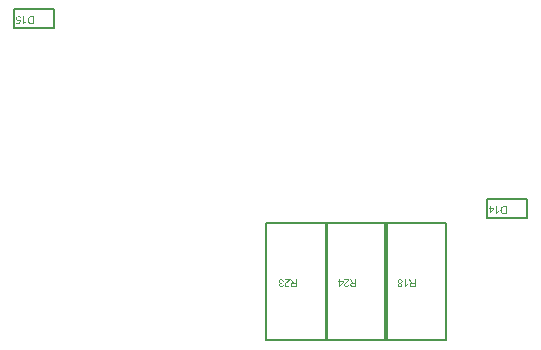
<source format=gbr>
%TF.GenerationSoftware,Altium Limited,Altium Designer,24.3.1 (35)*%
G04 Layer_Color=8388736*
%FSLAX43Y43*%
%MOMM*%
%TF.SameCoordinates,76E1361F-AA3B-45A8-A24B-41510BF92E79*%
%TF.FilePolarity,Positive*%
%TF.FileFunction,Other,Bottom_Assembly*%
%TF.Part,Single*%
G01*
G75*
%TA.AperFunction,NonConductor*%
%ADD94C,0.200*%
G36*
X165886Y29662D02*
X165893Y29661D01*
X165902Y29660D01*
X165912Y29660D01*
X165922Y29657D01*
X165945Y29651D01*
X165968Y29643D01*
X165980Y29637D01*
X165992Y29631D01*
X166003Y29623D01*
X166014Y29615D01*
X166015Y29614D01*
X166017Y29613D01*
X166019Y29610D01*
X166023Y29606D01*
X166027Y29601D01*
X166032Y29596D01*
X166038Y29588D01*
X166042Y29580D01*
X166048Y29572D01*
X166053Y29562D01*
X166063Y29539D01*
X166072Y29513D01*
X166075Y29500D01*
X166076Y29485D01*
X165994Y29478D01*
Y29479D01*
Y29481D01*
X165993Y29484D01*
X165992Y29489D01*
X165989Y29499D01*
X165986Y29513D01*
X165980Y29526D01*
X165973Y29542D01*
X165964Y29556D01*
X165952Y29569D01*
X165951Y29570D01*
X165947Y29574D01*
X165940Y29578D01*
X165929Y29584D01*
X165918Y29589D01*
X165904Y29594D01*
X165889Y29598D01*
X165871Y29599D01*
X165866D01*
X165862Y29598D01*
X165851Y29597D01*
X165838Y29593D01*
X165822Y29588D01*
X165806Y29581D01*
X165790Y29570D01*
X165782Y29563D01*
X165775Y29556D01*
X165774Y29555D01*
X165773Y29554D01*
X165771Y29551D01*
X165768Y29549D01*
X165762Y29538D01*
X165755Y29525D01*
X165748Y29510D01*
X165742Y29490D01*
X165737Y29467D01*
X165735Y29455D01*
Y29442D01*
Y29441D01*
Y29439D01*
Y29436D01*
X165736Y29431D01*
Y29426D01*
X165737Y29419D01*
X165740Y29404D01*
X165744Y29387D01*
X165751Y29369D01*
X165760Y29353D01*
X165773Y29337D01*
Y29336D01*
X165775Y29335D01*
X165780Y29330D01*
X165788Y29324D01*
X165799Y29317D01*
X165814Y29310D01*
X165830Y29304D01*
X165850Y29299D01*
X165861Y29297D01*
X165879D01*
X165886Y29298D01*
X165895Y29299D01*
X165906Y29302D01*
X165917Y29305D01*
X165929Y29309D01*
X165941Y29315D01*
X165942Y29316D01*
X165946Y29317D01*
X165952Y29322D01*
X165959Y29327D01*
X165966Y29333D01*
X165974Y29341D01*
X165982Y29350D01*
X165989Y29360D01*
X166063Y29350D01*
X166001Y29021D01*
X165683D01*
Y29096D01*
X165939D01*
X165973Y29268D01*
X165972Y29268D01*
X165970Y29267D01*
X165967Y29265D01*
X165963Y29262D01*
X165957Y29259D01*
X165951Y29256D01*
X165936Y29248D01*
X165917Y29241D01*
X165897Y29234D01*
X165875Y29230D01*
X165864Y29228D01*
X165843D01*
X165838Y29229D01*
X165830Y29230D01*
X165822Y29231D01*
X165813Y29232D01*
X165803Y29235D01*
X165781Y29242D01*
X165768Y29246D01*
X165756Y29253D01*
X165744Y29259D01*
X165732Y29267D01*
X165721Y29276D01*
X165710Y29286D01*
X165709Y29287D01*
X165707Y29289D01*
X165705Y29292D01*
X165701Y29296D01*
X165696Y29303D01*
X165692Y29309D01*
X165686Y29317D01*
X165681Y29327D01*
X165676Y29337D01*
X165670Y29348D01*
X165666Y29361D01*
X165661Y29374D01*
X165658Y29388D01*
X165655Y29403D01*
X165653Y29419D01*
X165652Y29436D01*
Y29437D01*
Y29439D01*
Y29444D01*
X165653Y29451D01*
X165654Y29458D01*
X165655Y29466D01*
X165657Y29476D01*
X165658Y29487D01*
X165664Y29511D01*
X165673Y29536D01*
X165679Y29549D01*
X165686Y29561D01*
X165694Y29574D01*
X165703Y29586D01*
X165704Y29587D01*
X165706Y29589D01*
X165709Y29593D01*
X165714Y29598D01*
X165720Y29603D01*
X165728Y29611D01*
X165737Y29617D01*
X165747Y29624D01*
X165758Y29632D01*
X165771Y29638D01*
X165785Y29645D01*
X165800Y29651D01*
X165816Y29656D01*
X165833Y29660D01*
X165852Y29662D01*
X165871Y29663D01*
X165879D01*
X165886Y29662D01*
D02*
G37*
G36*
X167187Y29012D02*
X166941D01*
X166924Y29013D01*
X166906Y29014D01*
X166887Y29016D01*
X166869Y29019D01*
X166853Y29022D01*
X166852D01*
X166850Y29023D01*
X166847D01*
X166844Y29024D01*
X166834Y29027D01*
X166821Y29032D01*
X166806Y29038D01*
X166790Y29047D01*
X166774Y29056D01*
X166760Y29068D01*
X166759Y29069D01*
X166758Y29070D01*
X166755Y29072D01*
X166751Y29075D01*
X166742Y29084D01*
X166731Y29097D01*
X166719Y29113D01*
X166706Y29132D01*
X166694Y29153D01*
X166684Y29177D01*
Y29178D01*
X166683Y29180D01*
X166681Y29183D01*
X166680Y29189D01*
X166677Y29195D01*
X166675Y29203D01*
X166674Y29211D01*
X166671Y29221D01*
X166668Y29231D01*
X166666Y29243D01*
X166662Y29269D01*
X166659Y29298D01*
X166658Y29329D01*
Y29330D01*
Y29332D01*
Y29337D01*
Y29341D01*
X166659Y29348D01*
Y29355D01*
X166660Y29373D01*
X166663Y29393D01*
X166665Y29415D01*
X166670Y29437D01*
X166675Y29459D01*
Y29460D01*
X166676Y29462D01*
X166677Y29464D01*
X166678Y29468D01*
X166682Y29478D01*
X166688Y29491D01*
X166693Y29506D01*
X166700Y29521D01*
X166710Y29537D01*
X166719Y29551D01*
X166720Y29553D01*
X166724Y29558D01*
X166729Y29564D01*
X166737Y29573D01*
X166745Y29582D01*
X166755Y29591D01*
X166765Y29601D01*
X166777Y29610D01*
X166779Y29611D01*
X166783Y29613D01*
X166789Y29617D01*
X166798Y29622D01*
X166810Y29627D01*
X166822Y29632D01*
X166837Y29637D01*
X166854Y29642D01*
X166856D01*
X166859Y29643D01*
X166861Y29644D01*
X166871Y29645D01*
X166884Y29647D01*
X166898Y29648D01*
X166916Y29650D01*
X166935Y29651D01*
X166957Y29652D01*
X167187D01*
Y29012D01*
D02*
G37*
G36*
X166357Y29152D02*
X166357Y29153D01*
X166362Y29157D01*
X166368Y29162D01*
X166377Y29169D01*
X166387Y29177D01*
X166400Y29186D01*
X166415Y29196D01*
X166431Y29206D01*
X166432D01*
X166433Y29207D01*
X166439Y29211D01*
X166448Y29216D01*
X166459Y29221D01*
X166472Y29228D01*
X166486Y29234D01*
X166500Y29241D01*
X166514Y29246D01*
Y29170D01*
X166513D01*
X166511Y29169D01*
X166507Y29168D01*
X166503Y29165D01*
X166497Y29162D01*
X166491Y29158D01*
X166475Y29149D01*
X166456Y29139D01*
X166438Y29126D01*
X166418Y29111D01*
X166399Y29096D01*
X166398Y29095D01*
X166397Y29094D01*
X166394Y29091D01*
X166391Y29088D01*
X166382Y29079D01*
X166371Y29068D01*
X166360Y29055D01*
X166348Y29040D01*
X166338Y29025D01*
X166329Y29010D01*
X166278D01*
Y29652D01*
X166357D01*
Y29152D01*
D02*
G37*
G36*
X207200Y12923D02*
X206954D01*
X206937Y12924D01*
X206919Y12925D01*
X206900Y12927D01*
X206882Y12930D01*
X206866Y12933D01*
X206865D01*
X206863Y12934D01*
X206861D01*
X206857Y12935D01*
X206847Y12938D01*
X206834Y12943D01*
X206819Y12949D01*
X206803Y12958D01*
X206788Y12967D01*
X206773Y12979D01*
X206772Y12980D01*
X206771Y12981D01*
X206768Y12984D01*
X206765Y12986D01*
X206755Y12996D01*
X206744Y13009D01*
X206732Y13024D01*
X206719Y13043D01*
X206707Y13064D01*
X206697Y13088D01*
Y13089D01*
X206696Y13091D01*
X206694Y13094D01*
X206693Y13100D01*
X206691Y13107D01*
X206689Y13114D01*
X206687Y13122D01*
X206684Y13132D01*
X206681Y13143D01*
X206679Y13155D01*
X206675Y13180D01*
X206672Y13209D01*
X206671Y13241D01*
Y13241D01*
Y13243D01*
Y13248D01*
Y13253D01*
X206672Y13259D01*
Y13266D01*
X206673Y13284D01*
X206676Y13304D01*
X206679Y13326D01*
X206683Y13348D01*
X206689Y13370D01*
Y13371D01*
X206690Y13373D01*
X206691Y13376D01*
X206691Y13379D01*
X206695Y13389D01*
X206701Y13402D01*
X206706Y13417D01*
X206714Y13432D01*
X206723Y13448D01*
X206732Y13462D01*
X206733Y13464D01*
X206737Y13469D01*
X206742Y13475D01*
X206750Y13484D01*
X206758Y13493D01*
X206768Y13502D01*
X206778Y13512D01*
X206790Y13521D01*
X206792Y13522D01*
X206796Y13524D01*
X206802Y13528D01*
X206812Y13533D01*
X206823Y13538D01*
X206836Y13543D01*
X206851Y13548D01*
X206867Y13553D01*
X206869D01*
X206872Y13554D01*
X206875Y13555D01*
X206884Y13556D01*
X206897Y13558D01*
X206912Y13560D01*
X206929Y13561D01*
X206949Y13562D01*
X206970Y13563D01*
X207200D01*
Y12923D01*
D02*
G37*
G36*
X205838Y13410D02*
X206116D01*
Y13338D01*
X205823Y12923D01*
X205760D01*
Y13338D01*
X205673D01*
Y13410D01*
X205760D01*
Y13563D01*
X205838D01*
Y13410D01*
D02*
G37*
G36*
X206370Y13063D02*
X206371Y13064D01*
X206375Y13068D01*
X206381Y13073D01*
X206390Y13080D01*
X206400Y13088D01*
X206413Y13097D01*
X206428Y13107D01*
X206445Y13118D01*
X206446D01*
X206446Y13119D01*
X206452Y13122D01*
X206461Y13127D01*
X206472Y13132D01*
X206485Y13139D01*
X206499Y13145D01*
X206513Y13152D01*
X206527Y13157D01*
Y13082D01*
X206526D01*
X206524Y13080D01*
X206520Y13079D01*
X206516Y13076D01*
X206510Y13073D01*
X206504Y13070D01*
X206488Y13060D01*
X206470Y13050D01*
X206451Y13037D01*
X206432Y13022D01*
X206412Y13007D01*
X206411Y13006D01*
X206410Y13005D01*
X206408Y13002D01*
X206404Y12999D01*
X206396Y12990D01*
X206385Y12979D01*
X206373Y12966D01*
X206361Y12951D01*
X206351Y12936D01*
X206342Y12921D01*
X206291D01*
Y13563D01*
X206370D01*
Y13063D01*
D02*
G37*
G36*
X194472Y6748D02*
X194175D01*
X194168Y6749D01*
X194159D01*
X194140Y6750D01*
X194119Y6753D01*
X194097Y6756D01*
X194077Y6760D01*
X194067Y6763D01*
X194058Y6766D01*
X194058D01*
X194057Y6767D01*
X194051Y6770D01*
X194043Y6773D01*
X194033Y6780D01*
X194021Y6788D01*
X194009Y6799D01*
X193998Y6812D01*
X193987Y6827D01*
Y6828D01*
X193986Y6829D01*
X193983Y6834D01*
X193979Y6844D01*
X193973Y6856D01*
X193969Y6870D01*
X193964Y6886D01*
X193961Y6904D01*
X193960Y6923D01*
Y6924D01*
Y6926D01*
Y6930D01*
X193961Y6934D01*
Y6941D01*
X193962Y6947D01*
X193966Y6963D01*
X193972Y6981D01*
X193979Y7001D01*
X193990Y7020D01*
X193997Y7030D01*
X194005Y7039D01*
X194006Y7040D01*
X194007Y7041D01*
X194009Y7043D01*
X194013Y7046D01*
X194018Y7050D01*
X194023Y7054D01*
X194031Y7058D01*
X194038Y7064D01*
X194047Y7068D01*
X194058Y7073D01*
X194069Y7079D01*
X194081Y7083D01*
X194094Y7087D01*
X194108Y7091D01*
X194124Y7094D01*
X194141Y7097D01*
X194139Y7098D01*
X194135Y7100D01*
X194130Y7103D01*
X194122Y7107D01*
X194106Y7117D01*
X194097Y7124D01*
X194090Y7129D01*
X194088Y7131D01*
X194083Y7136D01*
X194076Y7143D01*
X194067Y7152D01*
X194057Y7165D01*
X194045Y7179D01*
X194033Y7196D01*
X194020Y7214D01*
X193910Y7388D01*
X194015D01*
X194099Y7255D01*
Y7254D01*
X194101Y7252D01*
X194103Y7250D01*
X194106Y7246D01*
X194112Y7236D01*
X194120Y7223D01*
X194131Y7209D01*
X194141Y7194D01*
X194151Y7180D01*
X194160Y7167D01*
X194161Y7166D01*
X194164Y7163D01*
X194168Y7157D01*
X194175Y7151D01*
X194189Y7137D01*
X194196Y7130D01*
X194204Y7125D01*
X194205Y7124D01*
X194206Y7123D01*
X194210Y7121D01*
X194216Y7118D01*
X194221Y7115D01*
X194228Y7113D01*
X194242Y7108D01*
X194243D01*
X194245Y7107D01*
X194249D01*
X194254Y7106D01*
X194260Y7105D01*
X194267D01*
X194278Y7104D01*
X194387D01*
Y7388D01*
X194472D01*
Y6748D01*
D02*
G37*
G36*
X193111Y7235D02*
X193389D01*
Y7163D01*
X193096Y6748D01*
X193032D01*
Y7163D01*
X192945D01*
Y7235D01*
X193032D01*
Y7388D01*
X193111D01*
Y7235D01*
D02*
G37*
G36*
X193871Y7387D02*
Y7384D01*
Y7378D01*
X193870Y7371D01*
X193869Y7362D01*
X193867Y7353D01*
X193865Y7344D01*
X193861Y7334D01*
Y7333D01*
X193861Y7332D01*
X193859Y7326D01*
X193855Y7318D01*
X193849Y7307D01*
X193842Y7294D01*
X193833Y7279D01*
X193823Y7264D01*
X193810Y7249D01*
Y7248D01*
X193808Y7247D01*
X193803Y7241D01*
X193795Y7233D01*
X193783Y7221D01*
X193769Y7207D01*
X193751Y7190D01*
X193730Y7172D01*
X193707Y7152D01*
X193706Y7152D01*
X193702Y7149D01*
X193697Y7144D01*
X193690Y7139D01*
X193682Y7131D01*
X193672Y7123D01*
X193662Y7114D01*
X193650Y7103D01*
X193627Y7081D01*
X193604Y7059D01*
X193592Y7048D01*
X193582Y7037D01*
X193573Y7027D01*
X193566Y7017D01*
Y7016D01*
X193564Y7015D01*
X193562Y7012D01*
X193560Y7008D01*
X193554Y6998D01*
X193546Y6986D01*
X193540Y6971D01*
X193533Y6956D01*
X193530Y6938D01*
X193528Y6921D01*
Y6920D01*
Y6919D01*
X193529Y6914D01*
X193530Y6905D01*
X193532Y6895D01*
X193536Y6882D01*
X193543Y6869D01*
X193551Y6856D01*
X193562Y6843D01*
X193564Y6841D01*
X193568Y6837D01*
X193575Y6833D01*
X193585Y6826D01*
X193598Y6821D01*
X193613Y6815D01*
X193630Y6811D01*
X193650Y6810D01*
X193655D01*
X193659Y6811D01*
X193670Y6812D01*
X193683Y6815D01*
X193697Y6819D01*
X193713Y6825D01*
X193727Y6834D01*
X193741Y6845D01*
X193743Y6846D01*
X193747Y6851D01*
X193752Y6858D01*
X193758Y6870D01*
X193764Y6883D01*
X193770Y6899D01*
X193774Y6918D01*
X193776Y6939D01*
X193856Y6931D01*
Y6930D01*
X193855Y6927D01*
Y6922D01*
X193854Y6916D01*
X193852Y6908D01*
X193850Y6900D01*
X193848Y6890D01*
X193845Y6880D01*
X193837Y6858D01*
X193826Y6835D01*
X193820Y6824D01*
X193812Y6813D01*
X193803Y6803D01*
X193794Y6794D01*
X193793Y6793D01*
X193791Y6792D01*
X193788Y6789D01*
X193784Y6786D01*
X193778Y6783D01*
X193772Y6779D01*
X193764Y6774D01*
X193755Y6770D01*
X193745Y6765D01*
X193734Y6760D01*
X193722Y6757D01*
X193709Y6753D01*
X193695Y6750D01*
X193680Y6748D01*
X193665Y6747D01*
X193648Y6746D01*
X193639D01*
X193632Y6747D01*
X193625Y6748D01*
X193616Y6748D01*
X193605Y6750D01*
X193595Y6752D01*
X193571Y6759D01*
X193547Y6768D01*
X193535Y6773D01*
X193523Y6780D01*
X193512Y6788D01*
X193502Y6797D01*
X193501Y6798D01*
X193499Y6799D01*
X193497Y6803D01*
X193494Y6807D01*
X193489Y6811D01*
X193484Y6818D01*
X193480Y6824D01*
X193474Y6833D01*
X193465Y6850D01*
X193456Y6872D01*
X193452Y6883D01*
X193450Y6896D01*
X193448Y6909D01*
X193447Y6923D01*
Y6925D01*
Y6930D01*
X193448Y6937D01*
X193449Y6947D01*
X193451Y6958D01*
X193455Y6971D01*
X193458Y6985D01*
X193464Y6999D01*
X193465Y7001D01*
X193467Y7005D01*
X193470Y7013D01*
X193476Y7023D01*
X193483Y7034D01*
X193493Y7048D01*
X193504Y7062D01*
X193517Y7078D01*
X193518Y7079D01*
X193523Y7085D01*
X193528Y7090D01*
X193532Y7094D01*
X193538Y7100D01*
X193545Y7107D01*
X193553Y7115D01*
X193562Y7123D01*
X193571Y7132D01*
X193582Y7142D01*
X193594Y7152D01*
X193607Y7165D01*
X193622Y7177D01*
X193637Y7189D01*
X193638Y7190D01*
X193640Y7192D01*
X193643Y7195D01*
X193648Y7199D01*
X193653Y7204D01*
X193660Y7210D01*
X193675Y7222D01*
X193690Y7236D01*
X193705Y7250D01*
X193718Y7262D01*
X193724Y7266D01*
X193728Y7271D01*
X193729Y7272D01*
X193732Y7275D01*
X193736Y7278D01*
X193740Y7284D01*
X193745Y7290D01*
X193751Y7297D01*
X193762Y7312D01*
X193446D01*
Y7388D01*
X193871D01*
Y7387D01*
D02*
G37*
G36*
X199487Y6737D02*
X199190D01*
X199183Y6738D01*
X199174D01*
X199155Y6739D01*
X199134Y6742D01*
X199112Y6745D01*
X199092Y6749D01*
X199082Y6752D01*
X199073Y6755D01*
X199072D01*
X199072Y6756D01*
X199066Y6759D01*
X199058Y6762D01*
X199048Y6769D01*
X199036Y6777D01*
X199024Y6788D01*
X199013Y6801D01*
X199002Y6816D01*
Y6817D01*
X199001Y6818D01*
X198998Y6823D01*
X198994Y6833D01*
X198988Y6845D01*
X198984Y6858D01*
X198979Y6875D01*
X198976Y6893D01*
X198975Y6912D01*
Y6913D01*
Y6915D01*
Y6919D01*
X198976Y6923D01*
Y6930D01*
X198977Y6936D01*
X198981Y6952D01*
X198987Y6970D01*
X198994Y6990D01*
X199005Y7009D01*
X199012Y7018D01*
X199020Y7028D01*
X199021Y7029D01*
X199022Y7030D01*
X199024Y7032D01*
X199028Y7035D01*
X199033Y7039D01*
X199038Y7042D01*
X199046Y7047D01*
X199053Y7053D01*
X199062Y7057D01*
X199072Y7062D01*
X199084Y7067D01*
X199096Y7072D01*
X199109Y7076D01*
X199123Y7080D01*
X199139Y7083D01*
X199156Y7086D01*
X199154Y7087D01*
X199150Y7089D01*
X199145Y7092D01*
X199137Y7096D01*
X199121Y7106D01*
X199112Y7113D01*
X199105Y7118D01*
X199103Y7120D01*
X199098Y7125D01*
X199091Y7132D01*
X199082Y7141D01*
X199072Y7154D01*
X199060Y7168D01*
X199048Y7185D01*
X199035Y7203D01*
X198925Y7377D01*
X199030D01*
X199114Y7244D01*
Y7243D01*
X199116Y7241D01*
X199118Y7238D01*
X199121Y7235D01*
X199127Y7225D01*
X199135Y7212D01*
X199146Y7198D01*
X199156Y7183D01*
X199166Y7169D01*
X199175Y7156D01*
X199176Y7155D01*
X199179Y7152D01*
X199183Y7146D01*
X199190Y7140D01*
X199204Y7126D01*
X199211Y7119D01*
X199219Y7114D01*
X199219Y7113D01*
X199221Y7112D01*
X199225Y7110D01*
X199231Y7107D01*
X199236Y7104D01*
X199243Y7102D01*
X199257Y7097D01*
X199258D01*
X199260Y7096D01*
X199264D01*
X199268Y7095D01*
X199275Y7094D01*
X199282D01*
X199293Y7093D01*
X199402D01*
Y7377D01*
X199487D01*
Y6737D01*
D02*
G37*
G36*
X198657Y6877D02*
X198658Y6878D01*
X198663Y6882D01*
X198668Y6887D01*
X198678Y6894D01*
X198688Y6902D01*
X198701Y6911D01*
X198716Y6921D01*
X198732Y6932D01*
X198733D01*
X198734Y6932D01*
X198740Y6936D01*
X198749Y6941D01*
X198760Y6946D01*
X198773Y6953D01*
X198787Y6959D01*
X198801Y6966D01*
X198815Y6971D01*
Y6895D01*
X198814D01*
X198812Y6894D01*
X198808Y6893D01*
X198803Y6890D01*
X198798Y6887D01*
X198791Y6883D01*
X198776Y6874D01*
X198757Y6864D01*
X198739Y6851D01*
X198719Y6836D01*
X198700Y6821D01*
X198699Y6820D01*
X198698Y6819D01*
X198695Y6816D01*
X198692Y6813D01*
X198683Y6804D01*
X198672Y6793D01*
X198661Y6780D01*
X198649Y6765D01*
X198639Y6750D01*
X198630Y6735D01*
X198579D01*
Y7377D01*
X198657D01*
Y6877D01*
D02*
G37*
G36*
X198183Y7387D02*
X198191Y7386D01*
X198201Y7385D01*
X198211Y7384D01*
X198222Y7381D01*
X198247Y7374D01*
X198260Y7370D01*
X198272Y7365D01*
X198285Y7359D01*
X198298Y7351D01*
X198310Y7343D01*
X198321Y7333D01*
X198322Y7332D01*
X198324Y7330D01*
X198326Y7327D01*
X198330Y7323D01*
X198334Y7317D01*
X198339Y7311D01*
X198344Y7303D01*
X198349Y7294D01*
X198355Y7285D01*
X198360Y7274D01*
X198369Y7250D01*
X198373Y7237D01*
X198375Y7223D01*
X198377Y7208D01*
X198378Y7193D01*
Y7192D01*
Y7190D01*
Y7187D01*
X198377Y7183D01*
Y7177D01*
X198376Y7171D01*
X198374Y7156D01*
X198371Y7140D01*
X198365Y7123D01*
X198357Y7105D01*
X198347Y7089D01*
Y7088D01*
X198345Y7087D01*
X198341Y7082D01*
X198334Y7075D01*
X198324Y7066D01*
X198311Y7056D01*
X198295Y7046D01*
X198277Y7038D01*
X198256Y7031D01*
X198257D01*
X198258Y7030D01*
X198261Y7030D01*
X198264Y7028D01*
X198273Y7024D01*
X198284Y7018D01*
X198296Y7011D01*
X198308Y7002D01*
X198319Y6992D01*
X198329Y6981D01*
X198330Y6979D01*
X198333Y6975D01*
X198337Y6968D01*
X198340Y6958D01*
X198345Y6946D01*
X198349Y6932D01*
X198351Y6917D01*
X198352Y6900D01*
Y6899D01*
Y6897D01*
Y6894D01*
X198351Y6888D01*
X198350Y6883D01*
X198349Y6875D01*
X198346Y6859D01*
X198340Y6841D01*
X198331Y6821D01*
X198325Y6811D01*
X198319Y6801D01*
X198311Y6792D01*
X198302Y6783D01*
X198301Y6782D01*
X198300Y6781D01*
X198297Y6778D01*
X198293Y6775D01*
X198288Y6772D01*
X198282Y6768D01*
X198275Y6763D01*
X198267Y6759D01*
X198258Y6754D01*
X198248Y6749D01*
X198237Y6746D01*
X198225Y6742D01*
X198199Y6736D01*
X198184Y6735D01*
X198169Y6735D01*
X198161D01*
X198155Y6735D01*
X198148Y6736D01*
X198140Y6737D01*
X198130Y6738D01*
X198121Y6741D01*
X198099Y6747D01*
X198077Y6755D01*
X198066Y6760D01*
X198055Y6767D01*
X198044Y6775D01*
X198034Y6784D01*
X198033Y6785D01*
X198032Y6785D01*
X198030Y6788D01*
X198026Y6792D01*
X198022Y6797D01*
X198018Y6803D01*
X198008Y6817D01*
X197999Y6834D01*
X197991Y6855D01*
X197984Y6878D01*
X197983Y6890D01*
X197982Y6903D01*
Y6904D01*
Y6905D01*
Y6910D01*
X197983Y6919D01*
X197985Y6929D01*
X197988Y6942D01*
X197993Y6955D01*
X197998Y6968D01*
X198006Y6981D01*
X198007Y6982D01*
X198011Y6986D01*
X198017Y6992D01*
X198024Y6999D01*
X198034Y7007D01*
X198046Y7016D01*
X198060Y7024D01*
X198077Y7031D01*
X198076D01*
X198074Y7032D01*
X198071Y7033D01*
X198068Y7035D01*
X198056Y7040D01*
X198043Y7046D01*
X198030Y7055D01*
X198015Y7066D01*
X198001Y7079D01*
X197988Y7093D01*
Y7094D01*
X197987Y7095D01*
X197983Y7101D01*
X197978Y7110D01*
X197972Y7122D01*
X197967Y7137D01*
X197961Y7154D01*
X197957Y7174D01*
X197957Y7195D01*
Y7196D01*
Y7199D01*
Y7203D01*
X197957Y7209D01*
X197958Y7215D01*
X197959Y7224D01*
X197961Y7233D01*
X197964Y7243D01*
X197970Y7264D01*
X197975Y7276D01*
X197982Y7287D01*
X197988Y7299D01*
X197995Y7311D01*
X198005Y7322D01*
X198015Y7333D01*
X198016Y7334D01*
X198018Y7336D01*
X198020Y7338D01*
X198025Y7341D01*
X198031Y7346D01*
X198038Y7350D01*
X198046Y7355D01*
X198055Y7361D01*
X198066Y7366D01*
X198078Y7371D01*
X198091Y7375D01*
X198104Y7380D01*
X198118Y7383D01*
X198134Y7385D01*
X198150Y7387D01*
X198167Y7388D01*
X198177D01*
X198183Y7387D01*
D02*
G37*
G36*
X188133D02*
X188140Y7386D01*
X188148Y7385D01*
X188158Y7384D01*
X188168Y7382D01*
X188190Y7376D01*
X188213Y7367D01*
X188225Y7361D01*
X188236Y7355D01*
X188247Y7347D01*
X188258Y7338D01*
X188259Y7337D01*
X188261Y7336D01*
X188264Y7333D01*
X188267Y7329D01*
X188271Y7324D01*
X188276Y7318D01*
X188282Y7312D01*
X188287Y7303D01*
X188293Y7294D01*
X188298Y7285D01*
X188308Y7262D01*
X188317Y7237D01*
X188319Y7223D01*
X188321Y7208D01*
X188243Y7198D01*
Y7199D01*
X188242Y7201D01*
X188241Y7204D01*
X188240Y7209D01*
X188239Y7214D01*
X188237Y7221D01*
X188233Y7235D01*
X188226Y7251D01*
X188218Y7267D01*
X188209Y7282D01*
X188197Y7295D01*
X188196Y7296D01*
X188192Y7299D01*
X188184Y7304D01*
X188175Y7309D01*
X188164Y7314D01*
X188150Y7319D01*
X188135Y7323D01*
X188118Y7324D01*
X188112D01*
X188109Y7323D01*
X188098Y7322D01*
X188086Y7319D01*
X188071Y7314D01*
X188055Y7308D01*
X188039Y7299D01*
X188025Y7286D01*
X188023Y7284D01*
X188018Y7278D01*
X188012Y7270D01*
X188005Y7259D01*
X187998Y7245D01*
X187992Y7229D01*
X187988Y7211D01*
X187986Y7190D01*
Y7189D01*
Y7188D01*
Y7185D01*
X187987Y7181D01*
X187988Y7171D01*
X187990Y7159D01*
X187994Y7144D01*
X188000Y7129D01*
X188010Y7115D01*
X188022Y7101D01*
X188024Y7099D01*
X188028Y7095D01*
X188036Y7090D01*
X188046Y7083D01*
X188059Y7077D01*
X188074Y7071D01*
X188092Y7067D01*
X188111Y7066D01*
X188120D01*
X188126Y7067D01*
X188135Y7067D01*
X188144Y7069D01*
X188155Y7071D01*
X188167Y7074D01*
X188158Y7005D01*
X188153D01*
X188149Y7005D01*
X188137D01*
X188127Y7004D01*
X188115Y7002D01*
X188101Y6999D01*
X188086Y6994D01*
X188071Y6988D01*
X188055Y6980D01*
X188054D01*
X188053Y6979D01*
X188049Y6975D01*
X188042Y6968D01*
X188035Y6960D01*
X188027Y6948D01*
X188021Y6934D01*
X188016Y6919D01*
X188014Y6909D01*
Y6899D01*
Y6898D01*
Y6897D01*
Y6892D01*
X188016Y6884D01*
X188018Y6874D01*
X188022Y6863D01*
X188026Y6851D01*
X188034Y6839D01*
X188044Y6828D01*
X188045Y6827D01*
X188049Y6823D01*
X188056Y6819D01*
X188064Y6813D01*
X188075Y6809D01*
X188088Y6804D01*
X188103Y6800D01*
X188120Y6799D01*
X188127D01*
X188135Y6801D01*
X188147Y6803D01*
X188159Y6807D01*
X188171Y6811D01*
X188184Y6819D01*
X188196Y6828D01*
X188196Y6829D01*
X188200Y6834D01*
X188206Y6840D01*
X188212Y6849D01*
X188219Y6861D01*
X188225Y6876D01*
X188231Y6894D01*
X188234Y6914D01*
X188313Y6900D01*
Y6899D01*
X188312Y6896D01*
X188311Y6893D01*
X188310Y6887D01*
X188308Y6881D01*
X188306Y6873D01*
X188300Y6856D01*
X188291Y6835D01*
X188280Y6815D01*
X188266Y6796D01*
X188248Y6778D01*
X188247Y6777D01*
X188245Y6776D01*
X188243Y6774D01*
X188239Y6772D01*
X188234Y6768D01*
X188228Y6764D01*
X188221Y6760D01*
X188213Y6756D01*
X188195Y6748D01*
X188173Y6741D01*
X188148Y6736D01*
X188135Y6735D01*
X188112D01*
X188102Y6735D01*
X188090Y6737D01*
X188075Y6740D01*
X188059Y6745D01*
X188042Y6750D01*
X188025Y6758D01*
X188025D01*
X188024Y6759D01*
X188018Y6761D01*
X188010Y6767D01*
X188000Y6773D01*
X187989Y6783D01*
X187978Y6793D01*
X187967Y6805D01*
X187958Y6819D01*
X187957Y6821D01*
X187954Y6825D01*
X187951Y6834D01*
X187946Y6844D01*
X187941Y6856D01*
X187938Y6870D01*
X187935Y6885D01*
X187934Y6901D01*
Y6903D01*
Y6908D01*
X187935Y6916D01*
X187937Y6926D01*
X187939Y6938D01*
X187944Y6951D01*
X187950Y6964D01*
X187957Y6977D01*
X187958Y6979D01*
X187961Y6982D01*
X187966Y6989D01*
X187974Y6996D01*
X187983Y7005D01*
X187994Y7014D01*
X188007Y7022D01*
X188023Y7030D01*
X188022D01*
X188020Y7031D01*
X188017Y7032D01*
X188013Y7033D01*
X188003Y7037D01*
X187990Y7042D01*
X187976Y7050D01*
X187961Y7059D01*
X187947Y7071D01*
X187934Y7085D01*
X187933Y7087D01*
X187929Y7092D01*
X187924Y7102D01*
X187918Y7114D01*
X187913Y7128D01*
X187907Y7146D01*
X187903Y7166D01*
X187902Y7189D01*
Y7189D01*
Y7192D01*
Y7197D01*
X187903Y7202D01*
X187904Y7210D01*
X187906Y7218D01*
X187908Y7227D01*
X187910Y7238D01*
X187917Y7260D01*
X187923Y7272D01*
X187928Y7283D01*
X187936Y7295D01*
X187944Y7307D01*
X187953Y7319D01*
X187964Y7330D01*
X187965Y7331D01*
X187967Y7333D01*
X187971Y7336D01*
X187976Y7339D01*
X187981Y7344D01*
X187988Y7348D01*
X187997Y7354D01*
X188007Y7359D01*
X188017Y7364D01*
X188029Y7370D01*
X188041Y7374D01*
X188055Y7379D01*
X188070Y7383D01*
X188086Y7385D01*
X188101Y7387D01*
X188119Y7388D01*
X188127D01*
X188133Y7387D01*
D02*
G37*
G36*
X189432Y6737D02*
X189135D01*
X189128Y6738D01*
X189119D01*
X189100Y6739D01*
X189079Y6742D01*
X189057Y6745D01*
X189037Y6749D01*
X189027Y6752D01*
X189018Y6755D01*
X189018D01*
X189017Y6756D01*
X189011Y6759D01*
X189003Y6762D01*
X188993Y6769D01*
X188981Y6777D01*
X188969Y6788D01*
X188958Y6801D01*
X188947Y6816D01*
Y6817D01*
X188946Y6818D01*
X188943Y6823D01*
X188939Y6833D01*
X188933Y6845D01*
X188929Y6858D01*
X188924Y6875D01*
X188921Y6893D01*
X188920Y6912D01*
Y6913D01*
Y6915D01*
Y6919D01*
X188921Y6923D01*
Y6930D01*
X188922Y6936D01*
X188926Y6952D01*
X188932Y6970D01*
X188939Y6990D01*
X188950Y7009D01*
X188957Y7018D01*
X188965Y7028D01*
X188966Y7029D01*
X188967Y7030D01*
X188969Y7032D01*
X188973Y7035D01*
X188978Y7039D01*
X188983Y7042D01*
X188991Y7047D01*
X188998Y7053D01*
X189007Y7057D01*
X189018Y7062D01*
X189029Y7067D01*
X189041Y7072D01*
X189054Y7076D01*
X189068Y7080D01*
X189084Y7083D01*
X189101Y7086D01*
X189099Y7087D01*
X189095Y7089D01*
X189090Y7092D01*
X189082Y7096D01*
X189066Y7106D01*
X189057Y7113D01*
X189050Y7118D01*
X189048Y7120D01*
X189043Y7125D01*
X189036Y7132D01*
X189027Y7141D01*
X189017Y7154D01*
X189005Y7168D01*
X188993Y7185D01*
X188980Y7203D01*
X188870Y7377D01*
X188975D01*
X189059Y7244D01*
Y7243D01*
X189061Y7241D01*
X189063Y7238D01*
X189066Y7235D01*
X189072Y7225D01*
X189080Y7212D01*
X189091Y7198D01*
X189101Y7183D01*
X189111Y7169D01*
X189120Y7156D01*
X189121Y7155D01*
X189124Y7152D01*
X189128Y7146D01*
X189135Y7140D01*
X189149Y7126D01*
X189156Y7119D01*
X189164Y7114D01*
X189165Y7113D01*
X189166Y7112D01*
X189170Y7110D01*
X189176Y7107D01*
X189181Y7104D01*
X189188Y7102D01*
X189202Y7097D01*
X189203D01*
X189205Y7096D01*
X189209D01*
X189214Y7095D01*
X189220Y7094D01*
X189227D01*
X189238Y7093D01*
X189347D01*
Y7377D01*
X189432D01*
Y6737D01*
D02*
G37*
G36*
X188831Y7376D02*
Y7373D01*
Y7367D01*
X188830Y7360D01*
X188829Y7351D01*
X188827Y7342D01*
X188825Y7333D01*
X188821Y7323D01*
Y7322D01*
X188821Y7321D01*
X188819Y7315D01*
X188815Y7307D01*
X188809Y7296D01*
X188802Y7283D01*
X188793Y7268D01*
X188783Y7253D01*
X188770Y7238D01*
Y7237D01*
X188768Y7236D01*
X188763Y7230D01*
X188755Y7222D01*
X188743Y7210D01*
X188729Y7196D01*
X188711Y7179D01*
X188690Y7161D01*
X188667Y7141D01*
X188666Y7140D01*
X188662Y7138D01*
X188657Y7133D01*
X188650Y7128D01*
X188642Y7120D01*
X188632Y7112D01*
X188622Y7103D01*
X188610Y7092D01*
X188587Y7070D01*
X188564Y7048D01*
X188552Y7037D01*
X188542Y7026D01*
X188533Y7016D01*
X188526Y7005D01*
Y7005D01*
X188524Y7004D01*
X188522Y7001D01*
X188520Y6997D01*
X188514Y6987D01*
X188506Y6975D01*
X188500Y6960D01*
X188493Y6944D01*
X188490Y6927D01*
X188488Y6910D01*
Y6909D01*
Y6908D01*
X188489Y6903D01*
X188490Y6894D01*
X188492Y6883D01*
X188496Y6870D01*
X188503Y6858D01*
X188511Y6845D01*
X188522Y6832D01*
X188524Y6830D01*
X188528Y6826D01*
X188535Y6821D01*
X188545Y6815D01*
X188558Y6809D01*
X188573Y6804D01*
X188590Y6800D01*
X188610Y6799D01*
X188615D01*
X188619Y6800D01*
X188630Y6801D01*
X188643Y6804D01*
X188657Y6808D01*
X188673Y6814D01*
X188687Y6822D01*
X188701Y6834D01*
X188703Y6835D01*
X188707Y6840D01*
X188712Y6847D01*
X188718Y6858D01*
X188724Y6871D01*
X188730Y6888D01*
X188734Y6907D01*
X188736Y6928D01*
X188816Y6919D01*
Y6919D01*
X188815Y6916D01*
Y6911D01*
X188814Y6905D01*
X188812Y6897D01*
X188810Y6889D01*
X188808Y6879D01*
X188805Y6869D01*
X188797Y6846D01*
X188786Y6824D01*
X188780Y6813D01*
X188772Y6802D01*
X188763Y6792D01*
X188754Y6783D01*
X188753Y6782D01*
X188751Y6781D01*
X188748Y6778D01*
X188744Y6775D01*
X188738Y6772D01*
X188732Y6768D01*
X188724Y6763D01*
X188715Y6759D01*
X188705Y6754D01*
X188694Y6749D01*
X188682Y6746D01*
X188669Y6742D01*
X188655Y6739D01*
X188640Y6736D01*
X188625Y6735D01*
X188608Y6735D01*
X188599D01*
X188592Y6735D01*
X188585Y6736D01*
X188576Y6737D01*
X188565Y6739D01*
X188555Y6741D01*
X188531Y6748D01*
X188507Y6757D01*
X188495Y6762D01*
X188483Y6769D01*
X188472Y6777D01*
X188462Y6786D01*
X188461Y6787D01*
X188459Y6788D01*
X188457Y6792D01*
X188454Y6796D01*
X188449Y6800D01*
X188444Y6807D01*
X188440Y6813D01*
X188434Y6821D01*
X188425Y6839D01*
X188416Y6861D01*
X188412Y6872D01*
X188410Y6885D01*
X188408Y6898D01*
X188407Y6912D01*
Y6914D01*
Y6919D01*
X188408Y6926D01*
X188409Y6936D01*
X188411Y6947D01*
X188415Y6960D01*
X188418Y6974D01*
X188424Y6988D01*
X188425Y6990D01*
X188427Y6994D01*
X188430Y7002D01*
X188436Y7012D01*
X188443Y7023D01*
X188453Y7037D01*
X188464Y7051D01*
X188477Y7067D01*
X188478Y7068D01*
X188483Y7074D01*
X188488Y7079D01*
X188492Y7083D01*
X188498Y7089D01*
X188505Y7096D01*
X188513Y7103D01*
X188522Y7112D01*
X188531Y7121D01*
X188542Y7131D01*
X188554Y7141D01*
X188567Y7153D01*
X188582Y7165D01*
X188597Y7178D01*
X188598Y7179D01*
X188600Y7181D01*
X188603Y7184D01*
X188608Y7188D01*
X188613Y7193D01*
X188620Y7199D01*
X188635Y7211D01*
X188650Y7225D01*
X188665Y7238D01*
X188678Y7250D01*
X188684Y7255D01*
X188688Y7260D01*
X188689Y7261D01*
X188692Y7263D01*
X188696Y7267D01*
X188700Y7273D01*
X188705Y7279D01*
X188711Y7286D01*
X188722Y7301D01*
X188406D01*
Y7377D01*
X188831D01*
Y7376D01*
D02*
G37*
%LPC*%
G36*
X167102Y29576D02*
X166950D01*
X166944Y29575D01*
X166930Y29574D01*
X166914Y29574D01*
X166897Y29572D01*
X166881Y29569D01*
X166867Y29565D01*
X166865Y29564D01*
X166860Y29563D01*
X166854Y29561D01*
X166846Y29557D01*
X166836Y29551D01*
X166827Y29546D01*
X166818Y29539D01*
X166809Y29532D01*
X166808Y29530D01*
X166804Y29526D01*
X166798Y29520D01*
X166792Y29511D01*
X166785Y29499D01*
X166776Y29485D01*
X166769Y29469D01*
X166762Y29452D01*
Y29451D01*
X166761Y29449D01*
X166761Y29446D01*
X166760Y29442D01*
X166759Y29438D01*
X166757Y29431D01*
X166755Y29425D01*
X166753Y29417D01*
X166750Y29399D01*
X166748Y29378D01*
X166746Y29354D01*
X166745Y29328D01*
Y29327D01*
Y29323D01*
Y29318D01*
X166746Y29311D01*
Y29303D01*
X166747Y29293D01*
X166748Y29282D01*
X166749Y29271D01*
X166753Y29246D01*
X166759Y29220D01*
X166767Y29196D01*
X166773Y29184D01*
X166778Y29174D01*
Y29173D01*
X166780Y29171D01*
X166782Y29169D01*
X166784Y29165D01*
X166791Y29156D01*
X166800Y29145D01*
X166812Y29133D01*
X166826Y29121D01*
X166842Y29110D01*
X166859Y29102D01*
X166860Y29101D01*
X166865Y29100D01*
X166873Y29097D01*
X166885Y29095D01*
X166900Y29093D01*
X166919Y29090D01*
X166930Y29089D01*
X166942D01*
X166954Y29088D01*
X167102D01*
Y29576D01*
D02*
G37*
G36*
X207115Y13487D02*
X206963D01*
X206957Y13486D01*
X206943Y13486D01*
X206927Y13485D01*
X206911Y13483D01*
X206894Y13480D01*
X206880Y13476D01*
X206878Y13475D01*
X206874Y13474D01*
X206867Y13472D01*
X206859Y13468D01*
X206850Y13462D01*
X206840Y13457D01*
X206831Y13450D01*
X206822Y13443D01*
X206821Y13441D01*
X206817Y13438D01*
X206812Y13431D01*
X206805Y13422D01*
X206798Y13410D01*
X206789Y13396D01*
X206782Y13380D01*
X206776Y13363D01*
Y13362D01*
X206775Y13360D01*
X206774Y13357D01*
X206773Y13353D01*
X206772Y13349D01*
X206770Y13342D01*
X206768Y13336D01*
X206766Y13328D01*
X206764Y13310D01*
X206761Y13289D01*
X206759Y13265D01*
X206758Y13239D01*
Y13238D01*
Y13234D01*
Y13229D01*
X206759Y13222D01*
Y13214D01*
X206760Y13205D01*
X206761Y13193D01*
X206762Y13182D01*
X206766Y13157D01*
X206772Y13131D01*
X206780Y13107D01*
X206786Y13095D01*
X206791Y13085D01*
Y13084D01*
X206793Y13082D01*
X206795Y13080D01*
X206797Y13076D01*
X206804Y13067D01*
X206814Y13056D01*
X206826Y13044D01*
X206839Y13032D01*
X206855Y13021D01*
X206872Y13013D01*
X206874Y13012D01*
X206878Y13011D01*
X206887Y13009D01*
X206899Y13006D01*
X206913Y13004D01*
X206932Y13001D01*
X206943Y13000D01*
X206955D01*
X206967Y12999D01*
X207115D01*
Y13487D01*
D02*
G37*
G36*
X206040Y13338D02*
X205838D01*
Y13051D01*
X206040Y13338D01*
D02*
G37*
G36*
X194387Y7031D02*
X194196D01*
X194185Y7030D01*
X194172Y7030D01*
X194157Y7029D01*
X194143Y7027D01*
X194128Y7024D01*
X194115Y7020D01*
X194113Y7019D01*
X194109Y7017D01*
X194104Y7015D01*
X194096Y7011D01*
X194088Y7005D01*
X194080Y6999D01*
X194071Y6991D01*
X194065Y6981D01*
X194064Y6981D01*
X194062Y6977D01*
X194059Y6971D01*
X194056Y6964D01*
X194053Y6956D01*
X194050Y6946D01*
X194048Y6935D01*
X194047Y6924D01*
Y6923D01*
Y6922D01*
X194048Y6917D01*
X194049Y6908D01*
X194051Y6897D01*
X194056Y6886D01*
X194061Y6873D01*
X194070Y6861D01*
X194081Y6849D01*
X194082Y6848D01*
X194087Y6845D01*
X194094Y6840D01*
X194107Y6834D01*
X194120Y6829D01*
X194139Y6824D01*
X194160Y6821D01*
X194185Y6820D01*
X194387D01*
Y7031D01*
D02*
G37*
G36*
X193312Y7163D02*
X193111D01*
Y6876D01*
X193312Y7163D01*
D02*
G37*
G36*
X199402Y7020D02*
X199211D01*
X199200Y7019D01*
X199187Y7018D01*
X199172Y7017D01*
X199158Y7016D01*
X199143Y7013D01*
X199130Y7009D01*
X199128Y7008D01*
X199124Y7006D01*
X199119Y7004D01*
X199111Y7000D01*
X199103Y6994D01*
X199095Y6988D01*
X199086Y6980D01*
X199080Y6970D01*
X199079Y6969D01*
X199077Y6966D01*
X199074Y6960D01*
X199071Y6953D01*
X199068Y6944D01*
X199065Y6935D01*
X199063Y6924D01*
X199062Y6913D01*
Y6912D01*
Y6911D01*
X199063Y6906D01*
X199064Y6897D01*
X199066Y6886D01*
X199071Y6875D01*
X199076Y6862D01*
X199085Y6850D01*
X199096Y6838D01*
X199097Y6837D01*
X199102Y6834D01*
X199109Y6829D01*
X199122Y6823D01*
X199135Y6818D01*
X199154Y6813D01*
X199175Y6809D01*
X199200Y6809D01*
X199402D01*
Y7020D01*
D02*
G37*
G36*
X198167Y7324D02*
X198162D01*
X198158Y7323D01*
X198147Y7322D01*
X198134Y7319D01*
X198119Y7314D01*
X198104Y7309D01*
X198089Y7299D01*
X198074Y7287D01*
X198072Y7286D01*
X198068Y7281D01*
X198062Y7273D01*
X198055Y7262D01*
X198049Y7250D01*
X198043Y7234D01*
X198039Y7215D01*
X198037Y7196D01*
Y7195D01*
Y7193D01*
Y7190D01*
X198038Y7187D01*
X198039Y7177D01*
X198042Y7163D01*
X198046Y7149D01*
X198053Y7133D01*
X198062Y7117D01*
X198075Y7103D01*
X198077Y7101D01*
X198081Y7097D01*
X198090Y7091D01*
X198101Y7083D01*
X198115Y7077D01*
X198131Y7070D01*
X198150Y7067D01*
X198170Y7065D01*
X198176D01*
X198179Y7066D01*
X198190Y7067D01*
X198202Y7069D01*
X198217Y7074D01*
X198232Y7080D01*
X198248Y7090D01*
X198262Y7102D01*
X198264Y7103D01*
X198267Y7108D01*
X198273Y7116D01*
X198279Y7127D01*
X198287Y7140D01*
X198292Y7156D01*
X198296Y7174D01*
X198298Y7193D01*
Y7195D01*
Y7199D01*
X198297Y7205D01*
X198296Y7214D01*
X198294Y7224D01*
X198291Y7235D01*
X198288Y7246D01*
X198283Y7258D01*
X198282Y7259D01*
X198280Y7263D01*
X198276Y7269D01*
X198271Y7275D01*
X198264Y7284D01*
X198256Y7292D01*
X198247Y7299D01*
X198236Y7307D01*
X198234Y7308D01*
X198230Y7310D01*
X198224Y7312D01*
X198215Y7315D01*
X198205Y7318D01*
X198193Y7321D01*
X198180Y7323D01*
X198167Y7324D01*
D02*
G37*
G36*
Y7001D02*
X198165D01*
X198160Y7000D01*
X198152Y6999D01*
X198141Y6997D01*
X198129Y6993D01*
X198117Y6989D01*
X198104Y6981D01*
X198092Y6972D01*
X198092Y6971D01*
X198088Y6967D01*
X198083Y6961D01*
X198078Y6953D01*
X198072Y6943D01*
X198068Y6931D01*
X198064Y6917D01*
X198063Y6902D01*
Y6901D01*
Y6900D01*
Y6895D01*
X198065Y6886D01*
X198067Y6876D01*
X198070Y6865D01*
X198076Y6853D01*
X198083Y6841D01*
X198093Y6829D01*
X198094Y6828D01*
X198099Y6824D01*
X198105Y6820D01*
X198114Y6814D01*
X198125Y6809D01*
X198137Y6804D01*
X198152Y6800D01*
X198167Y6799D01*
X198175D01*
X198183Y6801D01*
X198194Y6803D01*
X198206Y6807D01*
X198219Y6811D01*
X198231Y6819D01*
X198243Y6829D01*
X198244Y6830D01*
X198248Y6834D01*
X198252Y6840D01*
X198257Y6848D01*
X198263Y6858D01*
X198267Y6870D01*
X198271Y6883D01*
X198272Y6898D01*
Y6899D01*
Y6900D01*
X198271Y6906D01*
X198270Y6914D01*
X198268Y6924D01*
X198264Y6936D01*
X198260Y6948D01*
X198252Y6961D01*
X198243Y6972D01*
X198242Y6973D01*
X198238Y6977D01*
X198231Y6981D01*
X198223Y6986D01*
X198212Y6992D01*
X198199Y6996D01*
X198184Y7000D01*
X198167Y7001D01*
D02*
G37*
G36*
X189347Y7020D02*
X189156D01*
X189145Y7019D01*
X189132Y7018D01*
X189117Y7017D01*
X189103Y7016D01*
X189088Y7013D01*
X189075Y7009D01*
X189073Y7008D01*
X189069Y7006D01*
X189064Y7004D01*
X189056Y7000D01*
X189048Y6994D01*
X189040Y6988D01*
X189031Y6980D01*
X189025Y6970D01*
X189024Y6969D01*
X189022Y6966D01*
X189019Y6960D01*
X189016Y6953D01*
X189013Y6944D01*
X189010Y6935D01*
X189008Y6924D01*
X189007Y6913D01*
Y6912D01*
Y6911D01*
X189008Y6906D01*
X189009Y6897D01*
X189011Y6886D01*
X189016Y6875D01*
X189021Y6862D01*
X189030Y6850D01*
X189041Y6838D01*
X189042Y6837D01*
X189047Y6834D01*
X189054Y6829D01*
X189066Y6823D01*
X189080Y6818D01*
X189099Y6813D01*
X189120Y6809D01*
X189145Y6809D01*
X189347D01*
Y7020D01*
D02*
G37*
%LPD*%
D94*
X165487Y28700D02*
X168887D01*
X165487D02*
Y30250D01*
X168887D01*
Y28700D02*
Y30250D01*
X208900Y12600D02*
Y14150D01*
X205500D02*
X208900D01*
X205500Y12600D02*
Y14150D01*
Y12600D02*
X208900D01*
X191892Y2210D02*
X197052D01*
X191892D02*
Y12190D01*
X197052D01*
Y2210D02*
Y12190D01*
X196907Y2210D02*
X202067D01*
X196907D02*
Y12190D01*
X202067D01*
Y2210D02*
Y12190D01*
X186852Y2210D02*
X192012D01*
X186852D02*
Y12190D01*
X192012D01*
Y2210D02*
Y12190D01*
%TF.MD5,442e23cd9510df96829d190aa2152b1a*%
M02*

</source>
